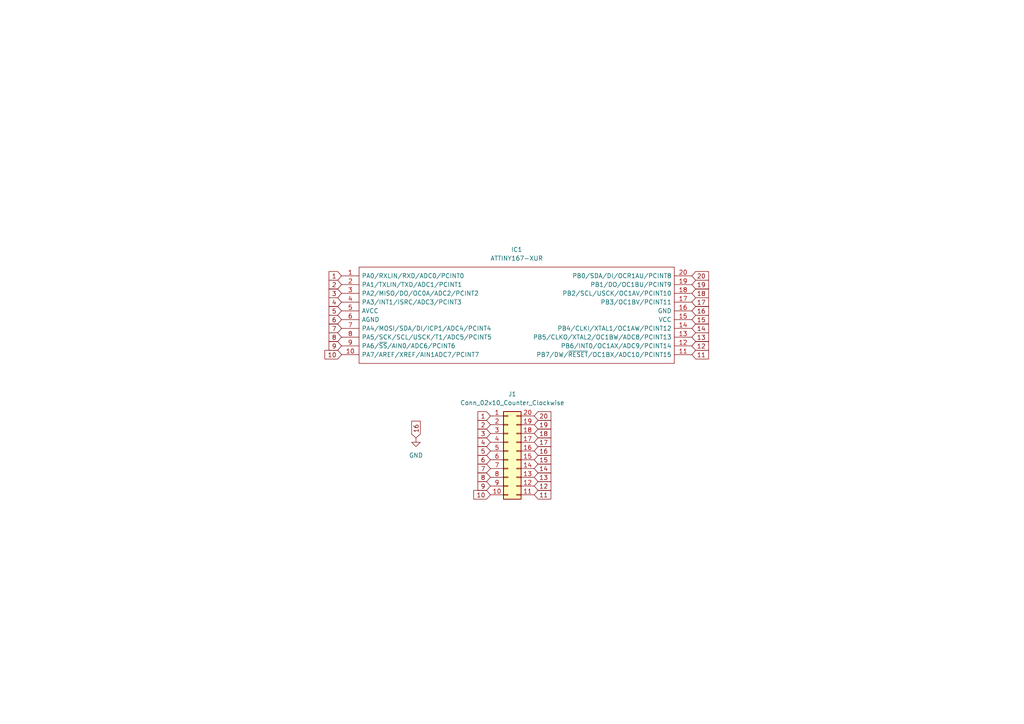
<source format=kicad_sch>
(kicad_sch (version 20211123) (generator eeschema)
  (paper "A4")
  (lib_symbols
    (symbol "Connector_Generic:Conn_02x10_Counter_Clockwise" (pin_names (offset 1.016) hide)
      (property "Reference" "J" (at 1.27 12.7 0))
      (property "Value" "Conn_02x10_Counter_Clockwise" (at 1.27 -15.24 0))
      (symbol "Conn_02x10_Counter_Clockwise_1_1"
        (rectangle (start -1.27 -12.573) (end 0 -12.827) (stroke (width 0.1524)))
        (rectangle (start -1.27 -10.033) (end 0 -10.287) (stroke (width 0.1524)))
        (rectangle (start -1.27 -7.493) (end 0 -7.747) (stroke (width 0.1524)))
        (rectangle (start -1.27 -4.953) (end 0 -5.207) (stroke (width 0.1524)))
        (rectangle (start -1.27 -2.413) (end 0 -2.667) (stroke (width 0.1524)))
        (rectangle (start -1.27 0.127) (end 0 -0.127) (stroke (width 0.1524)))
        (rectangle (start -1.27 2.667) (end 0 2.413) (stroke (width 0.1524)))
        (rectangle (start -1.27 5.207) (end 0 4.953) (stroke (width 0.1524)))
        (rectangle (start -1.27 7.747) (end 0 7.493) (stroke (width 0.1524)))
        (rectangle (start -1.27 10.287) (end 0 10.033) (stroke (width 0.1524)))
        (rectangle (start -1.27 11.43) (end 3.81 -13.97) (stroke (width 0.254)) (fill (type background)))
        (rectangle (start 3.81 -12.573) (end 2.54 -12.827) (stroke (width 0.1524)))
        (rectangle (start 3.81 -10.033) (end 2.54 -10.287) (stroke (width 0.1524)))
        (rectangle (start 3.81 -7.493) (end 2.54 -7.747) (stroke (width 0.1524)))
        (rectangle (start 3.81 -4.953) (end 2.54 -5.207) (stroke (width 0.1524)))
        (rectangle (start 3.81 -2.413) (end 2.54 -2.667) (stroke (width 0.1524)))
        (rectangle (start 3.81 0.127) (end 2.54 -0.127) (stroke (width 0.1524)))
        (rectangle (start 3.81 2.667) (end 2.54 2.413) (stroke (width 0.1524)))
        (rectangle (start 3.81 5.207) (end 2.54 4.953) (stroke (width 0.1524)))
        (rectangle (start 3.81 7.747) (end 2.54 7.493) (stroke (width 0.1524)))
        (rectangle (start 3.81 10.287) (end 2.54 10.033) (stroke (width 0.1524)))
        (pin passive line (at -5.08 10.16 0) (length 3.81) (name "Pin_1") (number "1"))
        (pin passive line (at -5.08 -12.7 0) (length 3.81) (name "Pin_10") (number "10"))
        (pin passive line (at 7.62 -12.7 180) (length 3.81) (name "Pin_11") (number "11"))
        (pin passive line (at 7.62 -10.16 180) (length 3.81) (name "Pin_12") (number "12"))
        (pin passive line (at 7.62 -7.62 180) (length 3.81) (name "Pin_13") (number "13"))
        (pin passive line (at 7.62 -5.08 180) (length 3.81) (name "Pin_14") (number "14"))
        (pin passive line (at 7.62 -2.54 180) (length 3.81) (name "Pin_15") (number "15"))
        (pin passive line (at 7.62 0 180) (length 3.81) (name "Pin_16") (number "16"))
        (pin passive line (at 7.62 2.54 180) (length 3.81) (name "Pin_17") (number "17"))
        (pin passive line (at 7.62 5.08 180) (length 3.81) (name "Pin_18") (number "18"))
        (pin passive line (at 7.62 7.62 180) (length 3.81) (name "Pin_19") (number "19"))
        (pin passive line (at -5.08 7.62 0) (length 3.81) (name "Pin_2") (number "2"))
        (pin passive line (at 7.62 10.16 180) (length 3.81) (name "Pin_20") (number "20"))
        (pin passive line (at -5.08 5.08 0) (length 3.81) (name "Pin_3") (number "3"))
        (pin passive line (at -5.08 2.54 0) (length 3.81) (name "Pin_4") (number "4"))
        (pin passive line (at -5.08 0 0) (length 3.81) (name "Pin_5") (number "5"))
        (pin passive line (at -5.08 -2.54 0) (length 3.81) (name "Pin_6") (number "6"))
        (pin passive line (at -5.08 -5.08 0) (length 3.81) (name "Pin_7") (number "7"))
        (pin passive line (at -5.08 -7.62 0) (length 3.81) (name "Pin_8") (number "8"))
        (pin passive line (at -5.08 -10.16 0) (length 3.81) (name "Pin_9") (number "9"))
      )
    )
    (symbol "User:ATTINY167-XUR" (pin_names (offset 0.762))
      (property "Reference" "IC" (at 97.79 7.62 0))
      (property "Value" "ATTINY167-XUR" (at 97.79 5.08 0))
      (symbol "ATTINY167-XUR_0_0"
        (pin bidirectional line (at 0 0 0) (length 5.08) (name "PA0/RXLIN/RXD/ADC0/PCINT0") (number "1"))
        (pin bidirectional line (at 0 -22.86 0) (length 5.08) (name "PA7/AREF/XREF/AIN1ADC7/PCINT7") (number "10"))
        (pin bidirectional line (at 101.6 -22.86 180) (length 5.08) (name "PB7/DW/~{RESET}/OC1BX/ADC10/PCINT15") (number "11"))
        (pin bidirectional line (at 101.6 -20.32 180) (length 5.08) (name "PB6/INT0/OC1AX/ADC9/PCINT14") (number "12"))
        (pin bidirectional line (at 101.6 -17.78 180) (length 5.08) (name "PB5/CLKO/XTAL2/OC1BW/ADC8/PCINT13") (number "13"))
        (pin bidirectional line (at 101.6 -15.24 180) (length 5.08) (name "PB4/CLKI/XTAL1/OC1AW/PCINT12") (number "14"))
        (pin power_in line (at 101.6 -12.7 180) (length 5.08) (name "VCC") (number "15"))
        (pin power_in line (at 101.6 -10.16 180) (length 5.08) (name "GND") (number "16"))
        (pin bidirectional line (at 101.6 -7.62 180) (length 5.08) (name "PB3/OC1BV/PCINT11") (number "17"))
        (pin bidirectional line (at 101.6 -5.08 180) (length 5.08) (name "PB2/SCL/USCK/OC1AV/PCINT10") (number "18"))
        (pin bidirectional line (at 101.6 -2.54 180) (length 5.08) (name "PB1/DO/OC1BU/PCINT9") (number "19"))
        (pin bidirectional line (at 0 -2.54 0) (length 5.08) (name "PA1/TXLIN/TXD/ADC1/PCINT1") (number "2"))
        (pin bidirectional line (at 101.6 0 180) (length 5.08) (name "PB0/SDA/DI/OCR1AU/PCINT8") (number "20"))
        (pin bidirectional line (at 0 -5.08 0) (length 5.08) (name "PA2/MISO/DO/OC0A/ADC2/PCINT2") (number "3"))
        (pin bidirectional line (at 0 -7.62 0) (length 5.08) (name "PA3/INT1/ISRC/ADC3/PCINT3") (number "4"))
        (pin power_in line (at 0 -10.16 0) (length 5.08) (name "AVCC") (number "5"))
        (pin power_in line (at 0 -12.7 0) (length 5.08) (name "AGND") (number "6"))
        (pin bidirectional line (at 0 -15.24 0) (length 5.08) (name "PA4/MOSI/SDA/DI/ICP1/ADC4/PCINT4") (number "7"))
        (pin bidirectional line (at 0 -17.78 0) (length 5.08) (name "PA5/SCK/SCL/USCK/T1/ADC5/PCINT5") (number "8"))
        (pin bidirectional line (at 0 -20.32 0) (length 5.08) (name "PA6/~{SS}/AIN0/ADC6/PCINT6") (number "9"))
      )
      (symbol "ATTINY167-XUR_0_1"
        (polyline (pts (xy 5.08 2.54) (xy 96.52 2.54) (xy 96.52 -25.4) (xy 5.08 -25.4) (xy 5.08 2.54)) (stroke (width 0.1524)))
      )
    )
    (symbol "power:GND" (power) (pin_names (offset 0))
      (property "Value" "GND" (at 0 -3.81 0))
      (symbol "GND_0_1"
        (polyline (pts (xy 0 0) (xy 0 -1.27) (xy 1.27 -1.27) (xy 0 -2.54) (xy -1.27 -1.27) (xy 0 -1.27)))
      )
      (symbol "GND_1_1"
        (pin power_in line (at 0 0 270) (length 0) hide (name "GND") (number "1"))
      )
    )
  )
  (global_label "16" (shape input) (at 120.65 127 90) (property "Intersheet References" "${INTERSHEET_REFS}" (effects hide)))
  (global_label "18" (shape input) (at 200.66 85.09 0) (property "Intersheet References" "${INTERSHEET_REFS}" (effects hide)))
  (global_label "15" (shape input) (at 154.94 133.35 0) (property "Intersheet References" "${INTERSHEET_REFS}" (effects hide)))
  (global_label "14" (shape input) (at 154.94 135.89 0) (property "Intersheet References" "${INTERSHEET_REFS}" (effects hide)))
  (global_label "10" (shape input) (at 99.06 102.87 180) (property "Intersheet References" "${INTERSHEET_REFS}" (effects hide)))
  (global_label "5" (shape input) (at 142.24 130.81 180) (property "Intersheet References" "${INTERSHEET_REFS}" (effects hide)))
  (global_label "13" (shape input) (at 154.94 138.43 0) (property "Intersheet References" "${INTERSHEET_REFS}" (effects hide)))
  (global_label "4" (shape input) (at 99.06 87.63 180) (property "Intersheet References" "${INTERSHEET_REFS}" (effects hide)))
  (global_label "12" (shape input) (at 200.66 100.33 0) (property "Intersheet References" "${INTERSHEET_REFS}" (effects hide)))
  (global_label "20" (shape input) (at 200.66 80.01 0) (property "Intersheet References" "${INTERSHEET_REFS}" (effects hide)))
  (global_label "8" (shape input) (at 99.06 97.79 180) (property "Intersheet References" "${INTERSHEET_REFS}" (effects hide)))
  (global_label "11" (shape input) (at 154.94 143.51 0) (property "Intersheet References" "${INTERSHEET_REFS}" (effects hide)))
  (global_label "9" (shape input) (at 99.06 100.33 180) (property "Intersheet References" "${INTERSHEET_REFS}" (effects hide)))
  (global_label "16" (shape input) (at 154.94 130.81 0) (property "Intersheet References" "${INTERSHEET_REFS}" (effects hide)))
  (global_label "3" (shape input) (at 99.06 85.09 180) (property "Intersheet References" "${INTERSHEET_REFS}" (effects hide)))
  (global_label "14" (shape input) (at 200.66 95.25 0) (property "Intersheet References" "${INTERSHEET_REFS}" (effects hide)))
  (global_label "2" (shape input) (at 99.06 82.55 180) (property "Intersheet References" "${INTERSHEET_REFS}" (effects hide)))
  (global_label "1" (shape input) (at 99.06 80.01 180) (property "Intersheet References" "${INTERSHEET_REFS}" (effects hide)))
  (global_label "19" (shape input) (at 200.66 82.55 0) (property "Intersheet References" "${INTERSHEET_REFS}" (effects hide)))
  (global_label "20" (shape input) (at 154.94 120.65 0) (property "Intersheet References" "${INTERSHEET_REFS}" (effects hide)))
  (global_label "7" (shape input) (at 99.06 95.25 180) (property "Intersheet References" "${INTERSHEET_REFS}" (effects hide)))
  (global_label "10" (shape input) (at 142.24 143.51 180) (property "Intersheet References" "${INTERSHEET_REFS}" (effects hide)))
  (global_label "1" (shape input) (at 142.24 120.65 180) (property "Intersheet References" "${INTERSHEET_REFS}" (effects hide)))
  (global_label "17" (shape input) (at 154.94 128.27 0) (property "Intersheet References" "${INTERSHEET_REFS}" (effects hide)))
  (global_label "17" (shape input) (at 200.66 87.63 0) (property "Intersheet References" "${INTERSHEET_REFS}" (effects hide)))
  (global_label "11" (shape input) (at 200.66 102.87 0) (property "Intersheet References" "${INTERSHEET_REFS}" (effects hide)))
  (global_label "9" (shape input) (at 142.24 140.97 180) (property "Intersheet References" "${INTERSHEET_REFS}" (effects hide)))
  (global_label "2" (shape input) (at 142.24 123.19 180) (property "Intersheet References" "${INTERSHEET_REFS}" (effects hide)))
  (global_label "15" (shape input) (at 200.66 92.71 0) (property "Intersheet References" "${INTERSHEET_REFS}" (effects hide)))
  (global_label "16" (shape input) (at 200.66 90.17 0) (property "Intersheet References" "${INTERSHEET_REFS}" (effects hide)))
  (global_label "6" (shape input) (at 99.06 92.71 180) (property "Intersheet References" "${INTERSHEET_REFS}" (effects hide)))
  (global_label "5" (shape input) (at 99.06 90.17 180) (property "Intersheet References" "${INTERSHEET_REFS}" (effects hide)))
  (global_label "6" (shape input) (at 142.24 133.35 180) (property "Intersheet References" "${INTERSHEET_REFS}" (effects hide)))
  (global_label "18" (shape input) (at 154.94 125.73 0) (property "Intersheet References" "${INTERSHEET_REFS}" (effects hide)))
  (global_label "12" (shape input) (at 154.94 140.97 0) (property "Intersheet References" "${INTERSHEET_REFS}" (effects hide)))
  (global_label "4" (shape input) (at 142.24 128.27 180) (property "Intersheet References" "${INTERSHEET_REFS}" (effects hide)))
  (global_label "8" (shape input) (at 142.24 138.43 180) (property "Intersheet References" "${INTERSHEET_REFS}" (effects hide)))
  (global_label "13" (shape input) (at 200.66 97.79 0) (property "Intersheet References" "${INTERSHEET_REFS}" (effects hide)))
  (global_label "7" (shape input) (at 142.24 135.89 180) (property "Intersheet References" "${INTERSHEET_REFS}" (effects hide)))
  (global_label "3" (shape input) (at 142.24 125.73 180) (property "Intersheet References" "${INTERSHEET_REFS}" (effects hide)))
  (global_label "19" (shape input) (at 154.94 123.19 0) (property "Intersheet References" "${INTERSHEET_REFS}" (effects hide)))
  (symbol (lib_id "User:ATTINY167-XUR") (at 99.06 80.01 0) (unit 1)
    (property "Reference" "IC1" (at 149.86 72.39 0))
    (property "Value" "ATTINY167-XUR" (at 149.86 74.93 0))
    (property "Footprint" "Package_SO:TSSOP-20_4.4x6.5mm_P0.65mm" (effects hide))
    (property "Datasheet" "https://ms.componentsearchengine.com/Datasheets/1/ATTINY167-XUR.pdf" (effects hide))
    (property "Description" "8-bit Microcontrollers - MCU AVR 16KB FL 512B EE 512B RAM 16MHz Ind-G" (effects hide))
    (property "Height" "2.64" (effects hide))
    (property "Manufacturer_Name" "Microchip" (effects hide))
    (property "Manufacturer_Part_Number" "ATTINY167-XUR" (effects hide))
  )
  (symbol (lib_id "Connector_Generic:Conn_02x10_Counter_Clockwise") (at 147.32 130.81 0) (unit 1)
    (property "Reference" "J1" (at 148.59 114.3 0))
    (property "Value" "Conn_02x10_Counter_Clockwise" (at 148.59 116.84 0))
    (property "Footprint" "Package_DIP:DIP-20_W7.62mm_Socket" (effects hide))
  )
  (symbol (lib_id "power:GND") (at 120.65 127 0) (unit 1)
    (property "Reference" "#PWR?" (effects hide))
    (property "Value" "GND" (at 120.65 132.08 0))
  )
)
</source>
